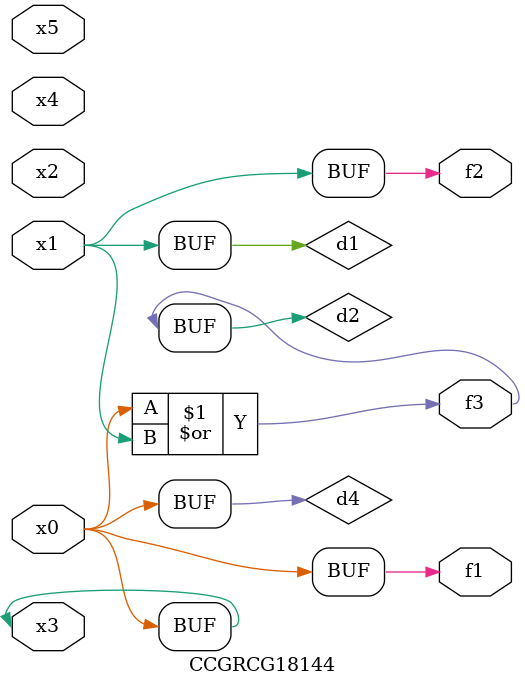
<source format=v>
module CCGRCG18144(
	input x0, x1, x2, x3, x4, x5,
	output f1, f2, f3
);

	wire d1, d2, d3, d4;

	and (d1, x1);
	or (d2, x0, x1);
	nand (d3, x0, x5);
	buf (d4, x0, x3);
	assign f1 = d4;
	assign f2 = d1;
	assign f3 = d2;
endmodule

</source>
